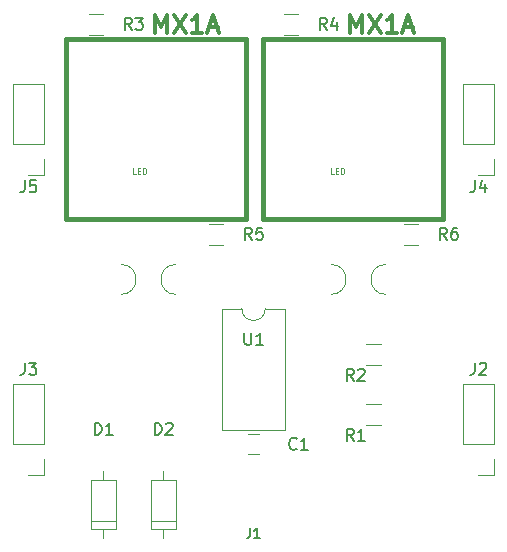
<source format=gto>
G04 #@! TF.FileFunction,Legend,Top*
%FSLAX46Y46*%
G04 Gerber Fmt 4.6, Leading zero omitted, Abs format (unit mm)*
G04 Created by KiCad (PCBNEW 4.0.6) date 01/19/18 19:38:46*
%MOMM*%
%LPD*%
G01*
G04 APERTURE LIST*
%ADD10C,0.020000*%
%ADD11C,0.100000*%
%ADD12C,0.150000*%
%ADD13C,0.381000*%
%ADD14C,0.120000*%
%ADD15C,0.304800*%
%ADD16C,0.203200*%
G04 APERTURE END LIST*
D10*
D11*
X46780000Y-39370000D02*
G75*
G03X46780000Y-41910000I0J-1270000D01*
G01*
X42120000Y-39370000D02*
G75*
G02X42120000Y-41910000I0J-1270000D01*
G01*
D12*
X33655000Y-20320000D02*
X34925000Y-20320000D01*
X34925000Y-20320000D02*
X34925000Y-21590000D01*
X33655000Y-35560000D02*
X34925000Y-35560000D01*
X34925000Y-35560000D02*
X34925000Y-34290000D01*
X19685000Y-34290000D02*
X19685000Y-35560000D01*
X19685000Y-35560000D02*
X20955000Y-35560000D01*
X19685000Y-21590000D02*
X19685000Y-20320000D01*
X19685000Y-20320000D02*
X20955000Y-20320000D01*
D13*
X19685000Y-20320000D02*
X34925000Y-20320000D01*
X34925000Y-20320000D02*
X34925000Y-35560000D01*
X34925000Y-35560000D02*
X19685000Y-35560000D01*
X19685000Y-35560000D02*
X19685000Y-20320000D01*
D14*
X36060000Y-53760000D02*
X35060000Y-53760000D01*
X35060000Y-55460000D02*
X36060000Y-55460000D01*
X21800000Y-61750000D02*
X23920000Y-61750000D01*
X23920000Y-61750000D02*
X23920000Y-57630000D01*
X23920000Y-57630000D02*
X21800000Y-57630000D01*
X21800000Y-57630000D02*
X21800000Y-61750000D01*
X22860000Y-62520000D02*
X22860000Y-61750000D01*
X22860000Y-56860000D02*
X22860000Y-57630000D01*
X21800000Y-61090000D02*
X23920000Y-61090000D01*
X26880000Y-61750000D02*
X29000000Y-61750000D01*
X29000000Y-61750000D02*
X29000000Y-57630000D01*
X29000000Y-57630000D02*
X26880000Y-57630000D01*
X26880000Y-57630000D02*
X26880000Y-61750000D01*
X27940000Y-62520000D02*
X27940000Y-61750000D01*
X27940000Y-56860000D02*
X27940000Y-57630000D01*
X26880000Y-61090000D02*
X29000000Y-61090000D01*
D12*
X50323800Y-20320000D02*
X51593800Y-20320000D01*
X51593800Y-20320000D02*
X51593800Y-21590000D01*
X50323800Y-35560000D02*
X51593800Y-35560000D01*
X51593800Y-35560000D02*
X51593800Y-34290000D01*
X36353800Y-34290000D02*
X36353800Y-35560000D01*
X36353800Y-35560000D02*
X37623800Y-35560000D01*
X36353800Y-21590000D02*
X36353800Y-20320000D01*
X36353800Y-20320000D02*
X37623800Y-20320000D01*
D14*
X46320000Y-52950000D02*
X45120000Y-52950000D01*
X45120000Y-51190000D02*
X46320000Y-51190000D01*
X46320000Y-47870000D02*
X45120000Y-47870000D01*
X45120000Y-46110000D02*
X46320000Y-46110000D01*
D13*
X36353800Y-20320000D02*
X51593800Y-20320000D01*
X51593800Y-20320000D02*
X51593800Y-35560000D01*
X51593800Y-35560000D02*
X36353800Y-35560000D01*
X36353800Y-35560000D02*
X36353800Y-20320000D01*
D14*
X36560000Y-43120000D02*
G75*
G02X34560000Y-43120000I-1000000J0D01*
G01*
X34560000Y-43120000D02*
X32910000Y-43120000D01*
X32910000Y-43120000D02*
X32910000Y-53400000D01*
X32910000Y-53400000D02*
X38210000Y-53400000D01*
X38210000Y-53400000D02*
X38210000Y-43120000D01*
X38210000Y-43120000D02*
X36560000Y-43120000D01*
X55940000Y-49470000D02*
X53280000Y-49470000D01*
X55940000Y-54610000D02*
X55940000Y-49470000D01*
X53280000Y-54610000D02*
X53280000Y-49470000D01*
X55940000Y-54610000D02*
X53280000Y-54610000D01*
X55940000Y-55880000D02*
X55940000Y-57210000D01*
X55940000Y-57210000D02*
X54610000Y-57210000D01*
X17840000Y-49470000D02*
X15180000Y-49470000D01*
X17840000Y-54610000D02*
X17840000Y-49470000D01*
X15180000Y-54610000D02*
X15180000Y-49470000D01*
X17840000Y-54610000D02*
X15180000Y-54610000D01*
X17840000Y-55880000D02*
X17840000Y-57210000D01*
X17840000Y-57210000D02*
X16510000Y-57210000D01*
X55940000Y-24070000D02*
X53280000Y-24070000D01*
X55940000Y-29210000D02*
X55940000Y-24070000D01*
X53280000Y-29210000D02*
X53280000Y-24070000D01*
X55940000Y-29210000D02*
X53280000Y-29210000D01*
X55940000Y-30480000D02*
X55940000Y-31810000D01*
X55940000Y-31810000D02*
X54610000Y-31810000D01*
X17840000Y-24070000D02*
X15180000Y-24070000D01*
X17840000Y-29210000D02*
X17840000Y-24070000D01*
X15180000Y-29210000D02*
X15180000Y-24070000D01*
X17840000Y-29210000D02*
X15180000Y-29210000D01*
X17840000Y-30480000D02*
X17840000Y-31810000D01*
X17840000Y-31810000D02*
X16510000Y-31810000D01*
X22825000Y-19930000D02*
X21625000Y-19930000D01*
X21625000Y-18170000D02*
X22825000Y-18170000D01*
X39335000Y-19930000D02*
X38135000Y-19930000D01*
X38135000Y-18170000D02*
X39335000Y-18170000D01*
X32985000Y-37710000D02*
X31785000Y-37710000D01*
X31785000Y-35950000D02*
X32985000Y-35950000D01*
X49495000Y-37710000D02*
X48295000Y-37710000D01*
X48295000Y-35950000D02*
X49495000Y-35950000D01*
D11*
X29000000Y-39370000D02*
G75*
G03X29000000Y-41910000I0J-1270000D01*
G01*
X24340000Y-39370000D02*
G75*
G02X24340000Y-41910000I0J-1270000D01*
G01*
X25586572Y-31722190D02*
X25348477Y-31722190D01*
X25348477Y-31222190D01*
X25753239Y-31460286D02*
X25919905Y-31460286D01*
X25991334Y-31722190D02*
X25753239Y-31722190D01*
X25753239Y-31222190D01*
X25991334Y-31222190D01*
X26205620Y-31722190D02*
X26205620Y-31222190D01*
X26324667Y-31222190D01*
X26396096Y-31246000D01*
X26443715Y-31293619D01*
X26467524Y-31341238D01*
X26491334Y-31436476D01*
X26491334Y-31507905D01*
X26467524Y-31603143D01*
X26443715Y-31650762D01*
X26396096Y-31698381D01*
X26324667Y-31722190D01*
X26205620Y-31722190D01*
D15*
X27232428Y-19739429D02*
X27232428Y-18215429D01*
X27740428Y-19304000D01*
X28248428Y-18215429D01*
X28248428Y-19739429D01*
X28828999Y-18215429D02*
X29844999Y-19739429D01*
X29844999Y-18215429D02*
X28828999Y-19739429D01*
X31223857Y-19739429D02*
X30353000Y-19739429D01*
X30788428Y-19739429D02*
X30788428Y-18215429D01*
X30643285Y-18433143D01*
X30498143Y-18578286D01*
X30353000Y-18650857D01*
X31804429Y-19304000D02*
X32530143Y-19304000D01*
X31659286Y-19739429D02*
X32167286Y-18215429D01*
X32675286Y-19739429D01*
D12*
X39203334Y-54967143D02*
X39155715Y-55014762D01*
X39012858Y-55062381D01*
X38917620Y-55062381D01*
X38774762Y-55014762D01*
X38679524Y-54919524D01*
X38631905Y-54824286D01*
X38584286Y-54633810D01*
X38584286Y-54490952D01*
X38631905Y-54300476D01*
X38679524Y-54205238D01*
X38774762Y-54110000D01*
X38917620Y-54062381D01*
X39012858Y-54062381D01*
X39155715Y-54110000D01*
X39203334Y-54157619D01*
X40155715Y-55062381D02*
X39584286Y-55062381D01*
X39870000Y-55062381D02*
X39870000Y-54062381D01*
X39774762Y-54205238D01*
X39679524Y-54300476D01*
X39584286Y-54348095D01*
X22121905Y-53792381D02*
X22121905Y-52792381D01*
X22360000Y-52792381D01*
X22502858Y-52840000D01*
X22598096Y-52935238D01*
X22645715Y-53030476D01*
X22693334Y-53220952D01*
X22693334Y-53363810D01*
X22645715Y-53554286D01*
X22598096Y-53649524D01*
X22502858Y-53744762D01*
X22360000Y-53792381D01*
X22121905Y-53792381D01*
X23645715Y-53792381D02*
X23074286Y-53792381D01*
X23360000Y-53792381D02*
X23360000Y-52792381D01*
X23264762Y-52935238D01*
X23169524Y-53030476D01*
X23074286Y-53078095D01*
X27201905Y-53792381D02*
X27201905Y-52792381D01*
X27440000Y-52792381D01*
X27582858Y-52840000D01*
X27678096Y-52935238D01*
X27725715Y-53030476D01*
X27773334Y-53220952D01*
X27773334Y-53363810D01*
X27725715Y-53554286D01*
X27678096Y-53649524D01*
X27582858Y-53744762D01*
X27440000Y-53792381D01*
X27201905Y-53792381D01*
X28154286Y-52887619D02*
X28201905Y-52840000D01*
X28297143Y-52792381D01*
X28535239Y-52792381D01*
X28630477Y-52840000D01*
X28678096Y-52887619D01*
X28725715Y-52982857D01*
X28725715Y-53078095D01*
X28678096Y-53220952D01*
X28106667Y-53792381D01*
X28725715Y-53792381D01*
D11*
X42350572Y-31722190D02*
X42112477Y-31722190D01*
X42112477Y-31222190D01*
X42517239Y-31460286D02*
X42683905Y-31460286D01*
X42755334Y-31722190D02*
X42517239Y-31722190D01*
X42517239Y-31222190D01*
X42755334Y-31222190D01*
X42969620Y-31722190D02*
X42969620Y-31222190D01*
X43088667Y-31222190D01*
X43160096Y-31246000D01*
X43207715Y-31293619D01*
X43231524Y-31341238D01*
X43255334Y-31436476D01*
X43255334Y-31507905D01*
X43231524Y-31603143D01*
X43207715Y-31650762D01*
X43160096Y-31698381D01*
X43088667Y-31722190D01*
X42969620Y-31722190D01*
D12*
X44029334Y-54300381D02*
X43696000Y-53824190D01*
X43457905Y-54300381D02*
X43457905Y-53300381D01*
X43838858Y-53300381D01*
X43934096Y-53348000D01*
X43981715Y-53395619D01*
X44029334Y-53490857D01*
X44029334Y-53633714D01*
X43981715Y-53728952D01*
X43934096Y-53776571D01*
X43838858Y-53824190D01*
X43457905Y-53824190D01*
X44981715Y-54300381D02*
X44410286Y-54300381D01*
X44696000Y-54300381D02*
X44696000Y-53300381D01*
X44600762Y-53443238D01*
X44505524Y-53538476D01*
X44410286Y-53586095D01*
X44029334Y-49220381D02*
X43696000Y-48744190D01*
X43457905Y-49220381D02*
X43457905Y-48220381D01*
X43838858Y-48220381D01*
X43934096Y-48268000D01*
X43981715Y-48315619D01*
X44029334Y-48410857D01*
X44029334Y-48553714D01*
X43981715Y-48648952D01*
X43934096Y-48696571D01*
X43838858Y-48744190D01*
X43457905Y-48744190D01*
X44410286Y-48315619D02*
X44457905Y-48268000D01*
X44553143Y-48220381D01*
X44791239Y-48220381D01*
X44886477Y-48268000D01*
X44934096Y-48315619D01*
X44981715Y-48410857D01*
X44981715Y-48506095D01*
X44934096Y-48648952D01*
X44362667Y-49220381D01*
X44981715Y-49220381D01*
D15*
X43742478Y-19739429D02*
X43742478Y-18215429D01*
X44250478Y-19304000D01*
X44758478Y-18215429D01*
X44758478Y-19739429D01*
X45339049Y-18215429D02*
X46355049Y-19739429D01*
X46355049Y-18215429D02*
X45339049Y-19739429D01*
X47733907Y-19739429D02*
X46863050Y-19739429D01*
X47298478Y-19739429D02*
X47298478Y-18215429D01*
X47153335Y-18433143D01*
X47008193Y-18578286D01*
X46863050Y-18650857D01*
X48314479Y-19304000D02*
X49040193Y-19304000D01*
X48169336Y-19739429D02*
X48677336Y-18215429D01*
X49185336Y-19739429D01*
D12*
X34798095Y-45172381D02*
X34798095Y-45981905D01*
X34845714Y-46077143D01*
X34893333Y-46124762D01*
X34988571Y-46172381D01*
X35179048Y-46172381D01*
X35274286Y-46124762D01*
X35321905Y-46077143D01*
X35369524Y-45981905D01*
X35369524Y-45172381D01*
X36369524Y-46172381D02*
X35798095Y-46172381D01*
X36083809Y-46172381D02*
X36083809Y-45172381D01*
X35988571Y-45315238D01*
X35893333Y-45410476D01*
X35798095Y-45458095D01*
X54276667Y-47712381D02*
X54276667Y-48426667D01*
X54229047Y-48569524D01*
X54133809Y-48664762D01*
X53990952Y-48712381D01*
X53895714Y-48712381D01*
X54705238Y-47807619D02*
X54752857Y-47760000D01*
X54848095Y-47712381D01*
X55086191Y-47712381D01*
X55181429Y-47760000D01*
X55229048Y-47807619D01*
X55276667Y-47902857D01*
X55276667Y-47998095D01*
X55229048Y-48140952D01*
X54657619Y-48712381D01*
X55276667Y-48712381D01*
X16176667Y-47712381D02*
X16176667Y-48426667D01*
X16129047Y-48569524D01*
X16033809Y-48664762D01*
X15890952Y-48712381D01*
X15795714Y-48712381D01*
X16557619Y-47712381D02*
X17176667Y-47712381D01*
X16843333Y-48093333D01*
X16986191Y-48093333D01*
X17081429Y-48140952D01*
X17129048Y-48188571D01*
X17176667Y-48283810D01*
X17176667Y-48521905D01*
X17129048Y-48617143D01*
X17081429Y-48664762D01*
X16986191Y-48712381D01*
X16700476Y-48712381D01*
X16605238Y-48664762D01*
X16557619Y-48617143D01*
X54276667Y-32262381D02*
X54276667Y-32976667D01*
X54229047Y-33119524D01*
X54133809Y-33214762D01*
X53990952Y-33262381D01*
X53895714Y-33262381D01*
X55181429Y-32595714D02*
X55181429Y-33262381D01*
X54943333Y-32214762D02*
X54705238Y-32929048D01*
X55324286Y-32929048D01*
X16176667Y-32262381D02*
X16176667Y-32976667D01*
X16129047Y-33119524D01*
X16033809Y-33214762D01*
X15890952Y-33262381D01*
X15795714Y-33262381D01*
X17129048Y-32262381D02*
X16652857Y-32262381D01*
X16605238Y-32738571D01*
X16652857Y-32690952D01*
X16748095Y-32643333D01*
X16986191Y-32643333D01*
X17081429Y-32690952D01*
X17129048Y-32738571D01*
X17176667Y-32833810D01*
X17176667Y-33071905D01*
X17129048Y-33167143D01*
X17081429Y-33214762D01*
X16986191Y-33262381D01*
X16748095Y-33262381D01*
X16652857Y-33214762D01*
X16605238Y-33167143D01*
X25233334Y-19502381D02*
X24900000Y-19026190D01*
X24661905Y-19502381D02*
X24661905Y-18502381D01*
X25042858Y-18502381D01*
X25138096Y-18550000D01*
X25185715Y-18597619D01*
X25233334Y-18692857D01*
X25233334Y-18835714D01*
X25185715Y-18930952D01*
X25138096Y-18978571D01*
X25042858Y-19026190D01*
X24661905Y-19026190D01*
X25566667Y-18502381D02*
X26185715Y-18502381D01*
X25852381Y-18883333D01*
X25995239Y-18883333D01*
X26090477Y-18930952D01*
X26138096Y-18978571D01*
X26185715Y-19073810D01*
X26185715Y-19311905D01*
X26138096Y-19407143D01*
X26090477Y-19454762D01*
X25995239Y-19502381D01*
X25709524Y-19502381D01*
X25614286Y-19454762D01*
X25566667Y-19407143D01*
X41743334Y-19502381D02*
X41410000Y-19026190D01*
X41171905Y-19502381D02*
X41171905Y-18502381D01*
X41552858Y-18502381D01*
X41648096Y-18550000D01*
X41695715Y-18597619D01*
X41743334Y-18692857D01*
X41743334Y-18835714D01*
X41695715Y-18930952D01*
X41648096Y-18978571D01*
X41552858Y-19026190D01*
X41171905Y-19026190D01*
X42600477Y-18835714D02*
X42600477Y-19502381D01*
X42362381Y-18454762D02*
X42124286Y-19169048D01*
X42743334Y-19169048D01*
X35393334Y-37282381D02*
X35060000Y-36806190D01*
X34821905Y-37282381D02*
X34821905Y-36282381D01*
X35202858Y-36282381D01*
X35298096Y-36330000D01*
X35345715Y-36377619D01*
X35393334Y-36472857D01*
X35393334Y-36615714D01*
X35345715Y-36710952D01*
X35298096Y-36758571D01*
X35202858Y-36806190D01*
X34821905Y-36806190D01*
X36298096Y-36282381D02*
X35821905Y-36282381D01*
X35774286Y-36758571D01*
X35821905Y-36710952D01*
X35917143Y-36663333D01*
X36155239Y-36663333D01*
X36250477Y-36710952D01*
X36298096Y-36758571D01*
X36345715Y-36853810D01*
X36345715Y-37091905D01*
X36298096Y-37187143D01*
X36250477Y-37234762D01*
X36155239Y-37282381D01*
X35917143Y-37282381D01*
X35821905Y-37234762D01*
X35774286Y-37187143D01*
X51903334Y-37282381D02*
X51570000Y-36806190D01*
X51331905Y-37282381D02*
X51331905Y-36282381D01*
X51712858Y-36282381D01*
X51808096Y-36330000D01*
X51855715Y-36377619D01*
X51903334Y-36472857D01*
X51903334Y-36615714D01*
X51855715Y-36710952D01*
X51808096Y-36758571D01*
X51712858Y-36806190D01*
X51331905Y-36806190D01*
X52760477Y-36282381D02*
X52570000Y-36282381D01*
X52474762Y-36330000D01*
X52427143Y-36377619D01*
X52331905Y-36520476D01*
X52284286Y-36710952D01*
X52284286Y-37091905D01*
X52331905Y-37187143D01*
X52379524Y-37234762D01*
X52474762Y-37282381D01*
X52665239Y-37282381D01*
X52760477Y-37234762D01*
X52808096Y-37187143D01*
X52855715Y-37091905D01*
X52855715Y-36853810D01*
X52808096Y-36758571D01*
X52760477Y-36710952D01*
X52665239Y-36663333D01*
X52474762Y-36663333D01*
X52379524Y-36710952D01*
X52331905Y-36758571D01*
X52284286Y-36853810D01*
D16*
X35289067Y-61694895D02*
X35289067Y-62275467D01*
X35250363Y-62391581D01*
X35172953Y-62468990D01*
X35056839Y-62507695D01*
X34979429Y-62507695D01*
X36101867Y-62507695D02*
X35637410Y-62507695D01*
X35869639Y-62507695D02*
X35869639Y-61694895D01*
X35792229Y-61811010D01*
X35714820Y-61888419D01*
X35637410Y-61927124D01*
M02*

</source>
